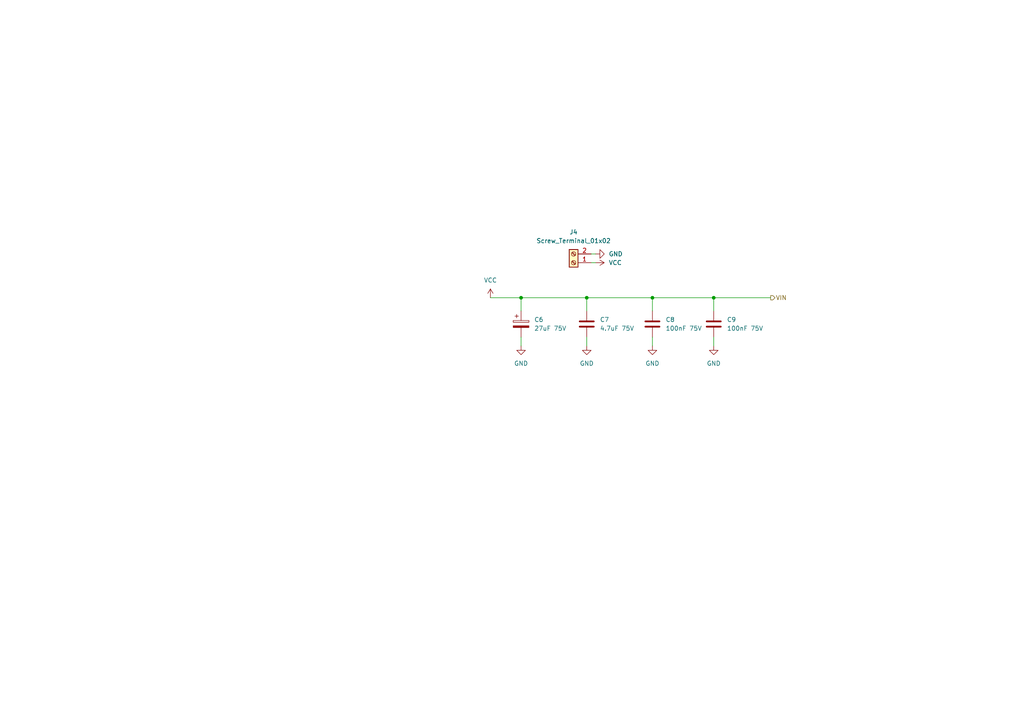
<source format=kicad_sch>
(kicad_sch (version 20211123) (generator eeschema)
  (paper "A4")
  (lib_symbols
    (symbol "Connector:Screw_Terminal_01x02" (pin_names (offset 1.016) hide)
      (property "Reference" "J" (at 0 2.54 0))
      (property "Value" "Screw_Terminal_01x02" (at 0 -5.08 0))
      (symbol "Screw_Terminal_01x02_1_1"
        (rectangle (start -1.27 1.27) (end 1.27 -3.81) (stroke (width 0.254)) (fill (type background)))
        (circle (center 0 -2.54) (radius 0.635) (stroke (width 0.1524)))
        (polyline (pts (xy -0.5334 -2.2098) (xy 0.3302 -3.048)) (stroke (width 0.1524)))
        (polyline (pts (xy -0.5334 0.3302) (xy 0.3302 -0.508)) (stroke (width 0.1524)))
        (polyline (pts (xy -0.3556 -2.032) (xy 0.508 -2.8702)) (stroke (width 0.1524)))
        (polyline (pts (xy -0.3556 0.508) (xy 0.508 -0.3302)) (stroke (width 0.1524)))
        (circle (center 0 0) (radius 0.635) (stroke (width 0.1524)))
        (pin passive line (at -5.08 0 0) (length 3.81) (name "Pin_1") (number "1"))
        (pin passive line (at -5.08 -2.54 0) (length 3.81) (name "Pin_2") (number "2"))
      )
    )
    (symbol "Device:C" (pin_numbers hide) (pin_names (offset 0.254))
      (property "Reference" "C" (at 0.635 2.54 0))
      (property "Value" "C" (at 0.635 -2.54 0))
      (symbol "C_0_1"
        (polyline (pts (xy -2.032 -0.762) (xy 2.032 -0.762)) (stroke (width 0.508)))
        (polyline (pts (xy -2.032 0.762) (xy 2.032 0.762)) (stroke (width 0.508)))
      )
      (symbol "C_1_1"
        (pin passive line (at 0 3.81 270) (length 2.794) (name "~") (number "1"))
        (pin passive line (at 0 -3.81 90) (length 2.794) (name "~") (number "2"))
      )
    )
    (symbol "Device:C_Polarized" (pin_numbers hide) (pin_names (offset 0.254))
      (property "Reference" "C" (at 0.635 2.54 0))
      (property "Value" "C_Polarized" (at 0.635 -2.54 0))
      (symbol "C_Polarized_0_1"
        (rectangle (start -2.286 0.508) (end 2.286 1.016))
        (polyline (pts (xy -1.778 2.286) (xy -0.762 2.286)))
        (polyline (pts (xy -1.27 2.794) (xy -1.27 1.778)))
        (rectangle (start 2.286 -0.508) (end -2.286 -1.016) (fill (type outline)))
      )
      (symbol "C_Polarized_1_1"
        (pin passive line (at 0 3.81 270) (length 2.794) (name "~") (number "1"))
        (pin passive line (at 0 -3.81 90) (length 2.794) (name "~") (number "2"))
      )
    )
    (symbol "power:GND" (power) (pin_names (offset 0))
      (property "Value" "GND" (at 0 -3.81 0))
      (symbol "GND_0_1"
        (polyline (pts (xy 0 0) (xy 0 -1.27) (xy 1.27 -1.27) (xy 0 -2.54) (xy -1.27 -1.27) (xy 0 -1.27)))
      )
      (symbol "GND_1_1"
        (pin power_in line (at 0 0 270) (length 0) hide (name "GND") (number "1"))
      )
    )
    (symbol "power:VCC" (power) (pin_names (offset 0))
      (property "Value" "VCC" (at 0 3.81 0))
      (symbol "VCC_0_1"
        (polyline (pts (xy -0.762 1.27) (xy 0 2.54)))
        (polyline (pts (xy 0 0) (xy 0 2.54)))
        (polyline (pts (xy 0 2.54) (xy 0.762 1.27)))
      )
      (symbol "VCC_1_1"
        (pin power_in line (at 0 0 90) (length 0) hide (name "VCC") (number "1"))
      )
    )
  )
  (junction (at 207.01 86.36))
  (junction (at 170.18 86.36))
  (junction (at 151.13 86.36))
  (junction (at 189.23 86.36))
  (wire (pts (xy 170.18 86.36) (xy 170.18 90.17)))
  (wire (pts (xy 151.13 97.79) (xy 151.13 100.33)))
  (wire (pts (xy 142.24 86.36) (xy 151.13 86.36)))
  (wire (pts (xy 172.72 73.66) (xy 171.45 73.66)))
  (wire (pts (xy 151.13 86.36) (xy 170.18 86.36)))
  (wire (pts (xy 207.01 86.36) (xy 207.01 90.17)))
  (wire (pts (xy 189.23 97.79) (xy 189.23 100.33)))
  (wire (pts (xy 189.23 86.36) (xy 189.23 90.17)))
  (wire (pts (xy 151.13 86.36) (xy 151.13 90.17)))
  (wire (pts (xy 207.01 86.36) (xy 223.52 86.36)))
  (wire (pts (xy 189.23 86.36) (xy 207.01 86.36)))
  (wire (pts (xy 170.18 97.79) (xy 170.18 100.33)))
  (wire (pts (xy 207.01 97.79) (xy 207.01 100.33)))
  (wire (pts (xy 170.18 86.36) (xy 189.23 86.36)))
  (wire (pts (xy 172.72 76.2) (xy 171.45 76.2)))
  (hierarchical_label "VIN" (shape output) (at 223.52 86.36 0))
  (symbol (lib_id "power:GND") (at 170.18 100.33 0) (unit 1)
    (property "Reference" "#PWR019" (effects hide))
    (property "Value" "GND" (at 170.18 105.41 0))
  )
  (symbol (lib_id "Device:C_Polarized") (at 151.13 93.98 0) (unit 1)
    (property "Reference" "C6" (at 154.94 92.71 0) (effects (justify left)))
    (property "Value" "27uF 75V" (at 154.94 95.25 0) (effects (justify left)))
    (property "Footprint" "Capacitor_THT:CP_Radial_D8.0mm_P3.50mm" (effects hide))
  )
  (symbol (lib_id "Device:C") (at 189.23 93.98 0) (unit 1)
    (property "Reference" "C8" (at 193.04 92.7099 0) (effects (justify left)))
    (property "Value" "100nF 75V" (at 193.04 95.2499 0) (effects (justify left)))
    (property "Footprint" "Capacitor_SMD:C_0603_1608Metric" (effects hide))
  )
  (symbol (lib_id "Device:C") (at 207.01 93.98 0) (unit 1)
    (property "Reference" "C9" (at 210.82 92.7099 0) (effects (justify left)))
    (property "Value" "100nF 75V" (at 210.82 95.2499 0) (effects (justify left)))
    (property "Footprint" "Capacitor_SMD:C_0603_1608Metric" (effects hide))
  )
  (symbol (lib_id "power:GND") (at 172.72 73.66 90) (unit 1)
    (property "Reference" "#PWR020" (effects hide))
    (property "Value" "GND" (at 176.53 73.6599 90) (effects (justify right)))
  )
  (symbol (lib_id "power:GND") (at 189.23 100.33 0) (unit 1)
    (property "Reference" "#PWR022" (effects hide))
    (property "Value" "GND" (at 189.23 105.41 0))
  )
  (symbol (lib_id "power:VCC") (at 172.72 76.2 270) (unit 1)
    (property "Reference" "#PWR021" (effects hide))
    (property "Value" "VCC" (at 176.53 76.1999 90) (effects (justify left)))
  )
  (symbol (lib_id "power:VCC") (at 142.24 86.36 0) (unit 1)
    (property "Reference" "#PWR017" (effects hide))
    (property "Value" "VCC" (at 142.24 81.28 0))
  )
  (symbol (lib_id "Connector:Screw_Terminal_01x02") (at 166.37 76.2 180) (unit 1)
    (property "Reference" "J4" (at 166.37 67.31 0))
    (property "Value" "Screw_Terminal_01x02" (at 166.37 69.85 0))
    (property "Footprint" "TerminalBlock_Phoenix:TerminalBlock_Phoenix_MKDS-1,5-2_1x02_P5.00mm_Horizontal" (effects hide))
  )
  (symbol (lib_id "power:GND") (at 207.01 100.33 0) (unit 1)
    (property "Reference" "#PWR023" (effects hide))
    (property "Value" "GND" (at 207.01 105.41 0))
  )
  (symbol (lib_id "power:GND") (at 151.13 100.33 0) (unit 1)
    (property "Reference" "#PWR018" (effects hide))
    (property "Value" "GND" (at 151.13 105.41 0))
  )
  (symbol (lib_id "Device:C") (at 170.18 93.98 0) (unit 1)
    (property "Reference" "C7" (at 173.99 92.7099 0) (effects (justify left)))
    (property "Value" "4.7uF 75V" (at 173.99 95.25 0) (effects (justify left)))
    (property "Footprint" "Capacitor_SMD:C_1210_3225Metric" (effects hide))
  )
)
</source>
